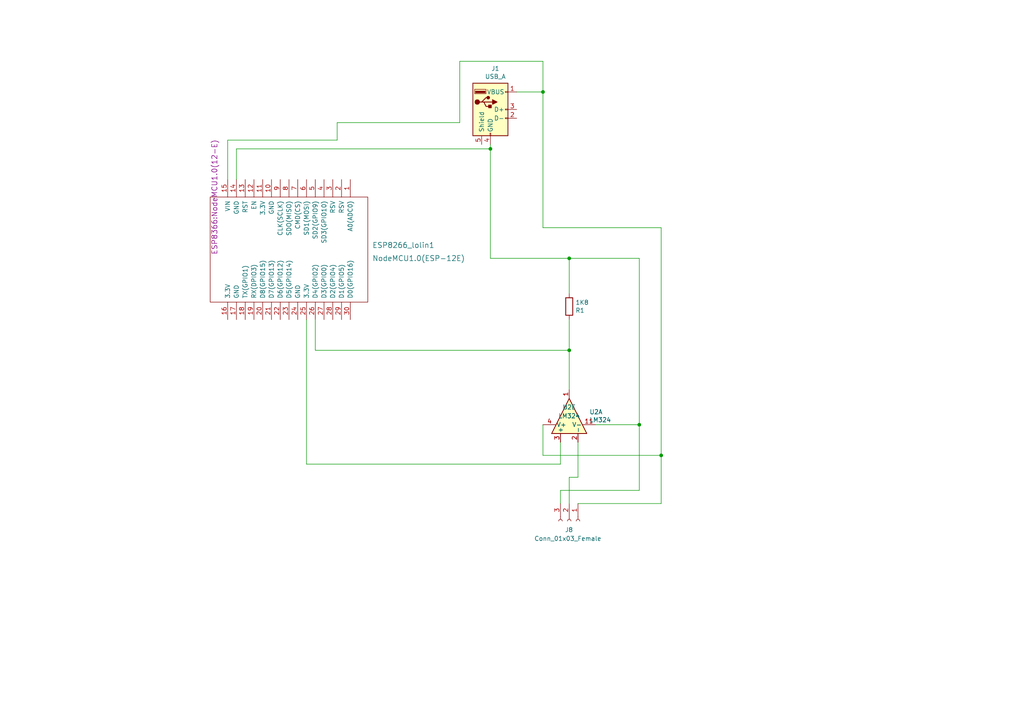
<source format=kicad_sch>
(kicad_sch (version 20211123) (generator eeschema)
  (paper "A4")
  (title_block (title "Dispositivo-H2O") (date "                 2021-02-26") (rev "Escobar J.W.") (company "IER-UNAM"))
  (lib_symbols
    (symbol "Amplifier_Operational:LM324" (pin_names (offset 0.127))
      (property "Reference" "U" (at 0 5.08 0))
      (property "Value" "LM324" (at 0 -5.08 0))
      (symbol "LM324_1_1"
        (polyline (pts (xy -5.08 5.08) (xy 5.08 0) (xy -5.08 -5.08) (xy -5.08 5.08)) (stroke (width 0.254)) (fill (type background)))
        (pin output line (at 7.62 0 180) (length 2.54) (name "~") (number "1"))
        (pin input line (at -7.62 -2.54 0) (length 2.54) (name "-") (number "2"))
        (pin input line (at -7.62 2.54 0) (length 2.54) (name "+") (number "3"))
      )
      (symbol "LM324_2_1"
        (polyline (pts (xy -5.08 5.08) (xy 5.08 0) (xy -5.08 -5.08) (xy -5.08 5.08)) (stroke (width 0.254)) (fill (type background)))
        (pin input line (at -7.62 2.54 0) (length 2.54) (name "+") (number "5"))
        (pin input line (at -7.62 -2.54 0) (length 2.54) (name "-") (number "6"))
        (pin output line (at 7.62 0 180) (length 2.54) (name "~") (number "7"))
      )
      (symbol "LM324_3_1"
        (polyline (pts (xy -5.08 5.08) (xy 5.08 0) (xy -5.08 -5.08) (xy -5.08 5.08)) (stroke (width 0.254)) (fill (type background)))
        (pin input line (at -7.62 2.54 0) (length 2.54) (name "+") (number "10"))
        (pin output line (at 7.62 0 180) (length 2.54) (name "~") (number "8"))
        (pin input line (at -7.62 -2.54 0) (length 2.54) (name "-") (number "9"))
      )
      (symbol "LM324_4_1"
        (polyline (pts (xy -5.08 5.08) (xy 5.08 0) (xy -5.08 -5.08) (xy -5.08 5.08)) (stroke (width 0.254)) (fill (type background)))
        (pin input line (at -7.62 2.54 0) (length 2.54) (name "+") (number "12"))
        (pin input line (at -7.62 -2.54 0) (length 2.54) (name "-") (number "13"))
        (pin output line (at 7.62 0 180) (length 2.54) (name "~") (number "14"))
      )
      (symbol "LM324_5_1"
        (pin power_in line (at -2.54 -7.62 90) (length 3.81) (name "V-") (number "11"))
        (pin power_in line (at -2.54 7.62 270) (length 3.81) (name "V+") (number "4"))
      )
    )
    (symbol "Connector:Conn_01x03_Female" (pin_names (offset 1.016) hide)
      (property "Reference" "J" (at 0 5.08 0))
      (property "Value" "Conn_01x03_Female" (at 0 -5.08 0))
      (symbol "Conn_01x03_Female_1_1"
        (arc (start 0 -2.032) (mid -0.508 -2.54) (end 0 -3.048) (stroke (width 0.1524)))
        (polyline (pts (xy -1.27 -2.54) (xy -0.508 -2.54)) (stroke (width 0.1524)))
        (polyline (pts (xy -1.27 0) (xy -0.508 0)) (stroke (width 0.1524)))
        (polyline (pts (xy -1.27 2.54) (xy -0.508 2.54)) (stroke (width 0.1524)))
        (arc (start 0 0.508) (mid -0.508 0) (end 0 -0.508) (stroke (width 0.1524)))
        (arc (start 0 3.048) (mid -0.508 2.54) (end 0 2.032) (stroke (width 0.1524)))
        (pin passive line (at -5.08 2.54 0) (length 3.81) (name "Pin_1") (number "1"))
        (pin passive line (at -5.08 0 0) (length 3.81) (name "Pin_2") (number "2"))
        (pin passive line (at -5.08 -2.54 0) (length 3.81) (name "Pin_3") (number "3"))
      )
    )
    (symbol "Connector:USB_A" (pin_names (offset 1.016))
      (property "Reference" "J" (at -5.08 11.43 0))
      (property "Value" "USB_A" (at -5.08 8.89 0))
      (symbol "USB_A_0_1"
        (rectangle (start -5.08 -7.62) (end 5.08 7.62) (stroke (width 0.254)) (fill (type background)))
        (circle (center -3.81 2.159) (radius 0.635) (stroke (width 0.254)) (fill (type outline)))
        (rectangle (start -1.524 4.826) (end -4.318 5.334) (fill (type outline)))
        (rectangle (start -1.27 4.572) (end -4.572 5.842))
        (circle (center -0.635 3.429) (radius 0.381) (stroke (width 0.254)) (fill (type outline)))
        (rectangle (start -0.127 -7.62) (end 0.127 -6.858))
        (polyline (pts (xy -3.175 2.159) (xy -2.54 2.159) (xy -1.27 3.429) (xy -0.635 3.429)) (stroke (width 0.254)))
        (polyline (pts (xy -2.54 2.159) (xy -1.905 2.159) (xy -1.27 0.889) (xy 0 0.889)) (stroke (width 0.254)))
        (polyline (pts (xy 0.635 2.794) (xy 0.635 1.524) (xy 1.905 2.159) (xy 0.635 2.794)) (stroke (width 0.254)) (fill (type outline)))
        (rectangle (start 0.254 1.27) (end -0.508 0.508) (stroke (width 0.254)) (fill (type outline)))
        (rectangle (start 5.08 -2.667) (end 4.318 -2.413))
        (rectangle (start 5.08 -0.127) (end 4.318 0.127))
        (rectangle (start 5.08 4.953) (end 4.318 5.207))
      )
      (symbol "USB_A_1_1"
        (polyline (pts (xy -1.905 2.159) (xy 0.635 2.159)) (stroke (width 0.254)))
        (pin power_in line (at 7.62 5.08 180) (length 2.54) (name "VBUS") (number "1"))
        (pin bidirectional line (at 7.62 -2.54 180) (length 2.54) (name "D-") (number "2"))
        (pin bidirectional line (at 7.62 0 180) (length 2.54) (name "D+") (number "3"))
        (pin power_in line (at 0 -10.16 90) (length 2.54) (name "GND") (number "4"))
        (pin passive line (at -2.54 -10.16 90) (length 2.54) (name "Shield") (number "5"))
      )
    )
    (symbol "Device:R" (pin_numbers hide) (pin_names (offset 0))
      (property "Reference" "R" (at 2.032 0 90))
      (property "Value" "R" (at 0 0 90))
      (symbol "R_0_1"
        (rectangle (start -1.016 -2.54) (end 1.016 2.54) (stroke (width 0.254)))
      )
      (symbol "R_1_1"
        (pin passive line (at 0 3.81 270) (length 1.27) (name "~") (number "1"))
        (pin passive line (at 0 -3.81 90) (length 1.27) (name "~") (number "2"))
      )
    )
    (symbol "ESP8266:NodeMCU1.0(ESP-12E)" (pin_names (offset 1.016))
      (property "Reference" "U" (at 0 21.59 0))
      (property "Value" "NodeMCU1.0(ESP-12E)" (at 0 -21.59 0))
      (symbol "NodeMCU1.0(ESP-12E)_0_1"
        (rectangle (start -15.24 -22.86) (end 15.24 22.86))
      )
      (symbol "NodeMCU1.0(ESP-12E)_1_1"
        (pin input line (at -20.32 17.78 0) (length 5.08) (name "A0(ADC0)") (number "1"))
        (pin input line (at -20.32 -5.08 0) (length 5.08) (name "GND") (number "10"))
        (pin input line (at -20.32 -7.62 0) (length 5.08) (name "3.3V") (number "11"))
        (pin input line (at -20.32 -10.16 0) (length 5.08) (name "EN") (number "12"))
        (pin input line (at -20.32 -12.7 0) (length 5.08) (name "RST") (number "13"))
        (pin input line (at -20.32 -15.24 0) (length 5.08) (name "GND") (number "14"))
        (pin input line (at -20.32 -17.78 0) (length 5.08) (name "VIN") (number "15"))
        (pin input line (at 20.32 -17.78 180) (length 5.08) (name "3.3V") (number "16"))
        (pin input line (at 20.32 -15.24 180) (length 5.08) (name "GND") (number "17"))
        (pin input line (at 20.32 -12.7 180) (length 5.08) (name "TX(GPIO1)") (number "18"))
        (pin input line (at 20.32 -10.16 180) (length 5.08) (name "RX(DPIO3)") (number "19"))
        (pin input line (at -20.32 15.24 0) (length 5.08) (name "RSV") (number "2"))
        (pin input line (at 20.32 -7.62 180) (length 5.08) (name "D8(GPIO15)") (number "20"))
        (pin input line (at 20.32 -5.08 180) (length 5.08) (name "D7(GPIO13)") (number "21"))
        (pin input line (at 20.32 -2.54 180) (length 5.08) (name "D6(GPIO12)") (number "22"))
        (pin input line (at 20.32 0 180) (length 5.08) (name "D5(GPIO14)") (number "23"))
        (pin input line (at 20.32 2.54 180) (length 5.08) (name "GND") (number "24"))
        (pin input line (at 20.32 5.08 180) (length 5.08) (name "3.3V") (number "25"))
        (pin input line (at 20.32 7.62 180) (length 5.08) (name "D4(GPIO2)") (number "26"))
        (pin input line (at 20.32 10.16 180) (length 5.08) (name "D3(GPIO0)") (number "27"))
        (pin input line (at 20.32 12.7 180) (length 5.08) (name "D2(GPIO4)") (number "28"))
        (pin input line (at 20.32 15.24 180) (length 5.08) (name "D1(GPIO5)") (number "29"))
        (pin input line (at -20.32 12.7 0) (length 5.08) (name "RSV") (number "3"))
        (pin input line (at 20.32 17.78 180) (length 5.08) (name "D0(GPIO16)") (number "30"))
        (pin input line (at -20.32 10.16 0) (length 5.08) (name "SD3(GPIO10)") (number "4"))
        (pin input line (at -20.32 7.62 0) (length 5.08) (name "SD2(GPIO9)") (number "5"))
        (pin input line (at -20.32 5.08 0) (length 5.08) (name "SD1(MOSI)") (number "6"))
        (pin input line (at -20.32 2.54 0) (length 5.08) (name "CMD(CS)") (number "7"))
        (pin input line (at -20.32 0 0) (length 5.08) (name "SDO(MISO)") (number "8"))
        (pin input line (at -20.32 -2.54 0) (length 5.08) (name "CLK(SCLK)") (number "9"))
      )
    )
  )
  (junction (at 142.24 43.18))
  (junction (at 165.1 74.93))
  (junction (at 191.77 132.08))
  (junction (at 185.42 123.19))
  (junction (at 165.1 101.6))
  (junction (at 157.48 26.67))
  (wire (pts (xy 157.48 66.04) (xy 191.77 66.04)))
  (wire (pts (xy 88.9 92.71) (xy 88.9 134.62)))
  (wire (pts (xy 142.24 43.18) (xy 68.58 43.18)))
  (wire (pts (xy 97.79 40.64) (xy 66.04 40.64)))
  (wire (pts (xy 157.48 26.67) (xy 157.48 17.78)))
  (wire (pts (xy 165.1 113.03) (xy 165.1 101.6)))
  (wire (pts (xy 185.42 123.19) (xy 185.42 142.24)))
  (wire (pts (xy 88.9 134.62) (xy 162.56 134.62)))
  (wire (pts (xy 142.24 41.91) (xy 142.24 43.18)))
  (wire (pts (xy 97.79 35.56) (xy 133.35 35.56)))
  (wire (pts (xy 165.1 74.93) (xy 185.42 74.93)))
  (wire (pts (xy 167.64 138.43) (xy 167.64 128.27)))
  (wire (pts (xy 149.86 26.67) (xy 157.48 26.67)))
  (wire (pts (xy 165.1 146.05) (xy 165.1 138.43)))
  (wire (pts (xy 191.77 146.05) (xy 167.64 146.05)))
  (wire (pts (xy 91.44 92.71) (xy 91.44 101.6)))
  (wire (pts (xy 133.35 17.78) (xy 133.35 35.56)))
  (wire (pts (xy 185.42 74.93) (xy 185.42 123.19)))
  (wire (pts (xy 165.1 85.09) (xy 165.1 74.93)))
  (wire (pts (xy 142.24 74.93) (xy 165.1 74.93)))
  (wire (pts (xy 157.48 123.19) (xy 157.48 132.08)))
  (wire (pts (xy 172.72 123.19) (xy 185.42 123.19)))
  (wire (pts (xy 91.44 101.6) (xy 165.1 101.6)))
  (wire (pts (xy 66.04 40.64) (xy 66.04 52.07)))
  (wire (pts (xy 165.1 138.43) (xy 167.64 138.43)))
  (wire (pts (xy 165.1 92.71) (xy 165.1 101.6)))
  (wire (pts (xy 162.56 142.24) (xy 162.56 146.05)))
  (wire (pts (xy 157.48 132.08) (xy 191.77 132.08)))
  (wire (pts (xy 162.56 142.24) (xy 185.42 142.24)))
  (wire (pts (xy 157.48 17.78) (xy 133.35 17.78)))
  (wire (pts (xy 157.48 26.67) (xy 157.48 66.04)))
  (wire (pts (xy 97.79 35.56) (xy 97.79 40.64)))
  (wire (pts (xy 191.77 66.04) (xy 191.77 132.08)))
  (wire (pts (xy 68.58 43.18) (xy 68.58 52.07)))
  (wire (pts (xy 142.24 43.18) (xy 142.24 74.93)))
  (wire (pts (xy 162.56 134.62) (xy 162.56 128.27)))
  (wire (pts (xy 191.77 132.08) (xy 191.77 146.05)))
  (symbol (lib_id "Device:R") (at 165.1 88.9 0) (unit 1)
    (property "Reference" "1K8" (at 166.878 87.7316 0) (effects (justify left)))
    (property "Value" "R1" (at 166.878 90.043 0) (effects (justify left)))
    (property "Footprint" "Resistor_THT:R_Axial_DIN0207_L6.3mm_D2.5mm_P10.16mm_Horizontal" (effects hide))
  )
  (symbol (lib_id "Connector:Conn_01x03_Female") (at 165.1 151.13 270) (unit 1)
    (property "Reference" "J8" (at 163.83 153.67 90) (effects (justify left)))
    (property "Value" "Conn_01x03_Female" (at 154.94 156.21 90) (effects (justify left)))
    (property "Footprint" "TerminalBlock:TerminalBlock_Altech_AK300-3_P5.00mm" (effects hide))
  )
  (symbol (lib_id "Amplifier_Operational:LM324") (at 165.1 120.65 90) (unit 1)
    (property "Reference" "U2" (at 170.942 119.4816 90) (effects (justify right)))
    (property "Value" "LM324" (at 170.942 121.793 90) (effects (justify right)))
    (property "Footprint" "Package_DIP:DIP-14_W7.62mm" (effects hide))
    (property "Datasheet" "http://www.ti.com/lit/ds/symlink/lm2902-n.pdf" (effects hide))
  )
  (symbol (lib_id "Connector:USB_A") (at 142.24 31.75 0) (unit 1)
    (property "Reference" "J1" (at 143.6878 19.8882 0))
    (property "Value" "USB_A" (at 143.6878 22.1996 0))
    (property "Footprint" "Connector_PinHeader_1.27mm:PinHeader_1x02_P1.27mm_Vertical" (effects hide))
    (property "Datasheet" " ~" (effects hide))
  )
  (symbol (lib_id "ESP8266:NodeMCU1.0(ESP-12E)") (at 83.82 72.39 270) (unit 1)
    (property "Reference" "ESP8266_lolin1" (at 107.95 71.12 90) (effects (font (size 1.524 1.524)) (justify left)))
    (property "Value" "NodeMCU1.0(ESP-12E)" (at 107.95 74.93 90) (effects (font (size 1.524 1.524)) (justify left)))
    (property "Footprint" "ESP8366:NodeMCU1.0(12-E)" (at 62.23 57.15 0) (effects (font (size 1.524 1.524))))
  )
  (symbol (lib_id "Amplifier_Operational:LM324") (at 165.1 120.65 90) (unit 5)
    (property "Reference" "U2" (at 165.1 118.11 90))
    (property "Value" "LM324" (at 165.1 120.65 90))
    (property "Footprint" "Package_DIP:DIP-14_W7.62mm" (effects hide))
    (property "Datasheet" "http://www.ti.com/lit/ds/symlink/lm2902-n.pdf" (effects hide))
  )
)
</source>
